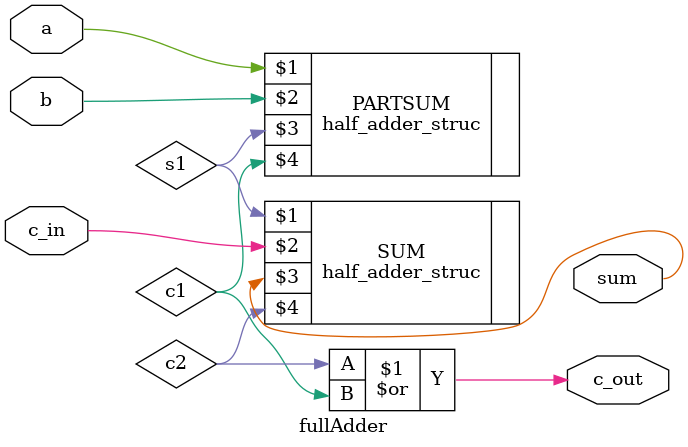
<source format=v>
module fullAdder(a, b, c_in, sum, c_out);
    input a, b, c_in;
    output sum, c_out;
    wire c1,c2,s1;

    half_adder_struc PARTSUM(a,b,s1,c1);
    half_adder_struc SUM(s1,c_in,sum,c2);
    or(c_out,c2,c1);
endmodule

</source>
